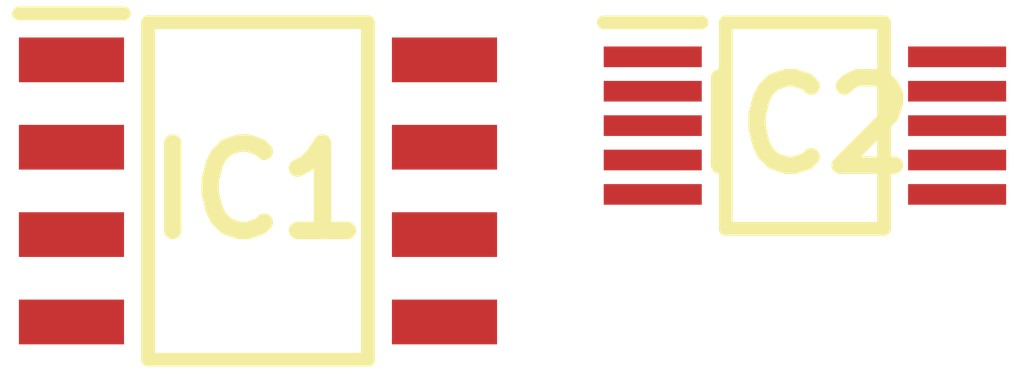
<source format=kicad_pcb>
(kicad_pcb (version 20211014) (generator pcbnew)
  (layers (0 "F.Cu" signal) (31 "B.Cu" signal) (34 "B.Paste" user) (35 "F.Paste" user) (36 "B.SilkS" user "B.Silkscreen") (37 "F.SilkS" user "F.Silkscreen") (38 "B.Mask" user) (39 "F.Mask" user) (44 "Edge.Cuts" user))
  (net 0 "")
  (net 4 "GND")
  (net 7 "+3V3")
  (footprint "INA202AID:SOIC127P600X175-8N" (layer "F.Cu") (at 120 87)
    (fp_text reference "IC1" (at 0 0) (layer "F.SilkS") (effects (font (size 1.27 1.27) (thickness 0.254))))
    (fp_text value "INA202AID" hide)
    (fp_line (start 1.598 2.452) (end -1.598 2.452) (layer "F.SilkS") (width 0.2))
    (fp_line (start 1.598 -2.452) (end 1.598 2.452) (layer "F.SilkS") (width 0.2))
    (fp_line (start -1.598 -2.452) (end 1.598 -2.452) (layer "F.SilkS") (width 0.2))
    (fp_line (start -3.475 -2.58) (end -1.948 -2.58) (layer "F.SilkS") (width 0.2))
    (fp_line (start -1.598 2.452) (end -1.598 -2.452) (layer "F.SilkS") (width 0.2))
    (pad "1" smd rect locked (at -2.711 -1.905 90) (size 0.65 1.528) (layers "F.Cu" "F.Paste" "F.Mask"))
    (pad "2" smd rect locked (at -2.711 -0.635 90) (size 0.65 1.528) (layers "F.Cu" "F.Paste" "F.Mask"))
    (pad "3" smd rect locked (at -2.711 0.635 90) (size 0.65 1.528) (layers "F.Cu" "F.Paste" "F.Mask"))
    (pad "4" smd rect locked (at -2.711 1.905 90) (size 0.65 1.528) (layers "F.Cu" "F.Paste" "F.Mask") (net 4 "GND"))
    (pad "5" smd rect locked (at 2.711 1.905 90) (size 0.65 1.528) (layers "F.Cu" "F.Paste" "F.Mask"))
    (pad "6" smd rect locked (at 2.711 0.635 90) (size 0.65 1.528) (layers "F.Cu" "F.Paste" "F.Mask"))
    (pad "7" smd rect locked (at 2.711 -0.635 90) (size 0.65 1.528) (layers "F.Cu" "F.Paste" "F.Mask") (net 7 "+3V3"))
    (pad "8" smd rect locked (at 2.711 -1.905 90) (size 0.65 1.528) (layers "F.Cu" "F.Paste" "F.Mask"))
  )
  (footprint "LT3750EMS:SOP50P490X110-10N" (layer "F.Cu") (at 127.95 86.051)
    (fp_text reference "IC2" (at 0 0) (layer "F.SilkS") (effects (font (size 1.27 1.27) (thickness 0.254))))
    (fp_text value "LT3750EMS#PBF" hide)
    (fp_line (start 1.15 1.5) (end -1.15 1.5) (layer "F.SilkS") (width 0.2))
    (fp_line (start 1.15 -1.5) (end 1.15 1.5) (layer "F.SilkS") (width 0.2))
    (fp_line (start -1.15 1.5) (end -1.15 -1.5) (layer "F.SilkS") (width 0.2))
    (fp_line (start -1.15 -1.5) (end 1.15 -1.5) (layer "F.SilkS") (width 0.2))
    (fp_line (start -2.925 -1.5) (end -1.5 -1.5) (layer "F.SilkS") (width 0.2))
    (pad "1" smd rect locked (at -2.212 -1 90) (size 0.3 1.425) (layers "F.Cu" "F.Paste" "F.Mask"))
    (pad "2" smd rect locked (at -2.212 -0.5 90) (size 0.3 1.425) (layers "F.Cu" "F.Paste" "F.Mask"))
    (pad "3" smd rect locked (at -2.212 0 90) (size 0.3 1.425) (layers "F.Cu" "F.Paste" "F.Mask"))
    (pad "4" smd rect locked (at -2.212 0.5 90) (size 0.3 1.425) (layers "F.Cu" "F.Paste" "F.Mask") (net 7 "+3V3"))
    (pad "5" smd rect locked (at -2.212 1 90) (size 0.3 1.425) (layers "F.Cu" "F.Paste" "F.Mask") (net 4 "GND"))
    (pad "6" smd rect locked (at 2.212 1 90) (size 0.3 1.425) (layers "F.Cu" "F.Paste" "F.Mask"))
    (pad "7" smd rect locked (at 2.212 0.5 90) (size 0.3 1.425) (layers "F.Cu" "F.Paste" "F.Mask"))
    (pad "8" smd rect locked (at 2.212 0 90) (size 0.3 1.425) (layers "F.Cu" "F.Paste" "F.Mask"))
    (pad "9" smd rect locked (at 2.212 -0.5 90) (size 0.3 1.425) (layers "F.Cu" "F.Paste" "F.Mask"))
    (pad "10" smd rect locked (at 2.212 -1 90) (size 0.3 1.425) (layers "F.Cu" "F.Paste" "F.Mask"))
  )
)
</source>
